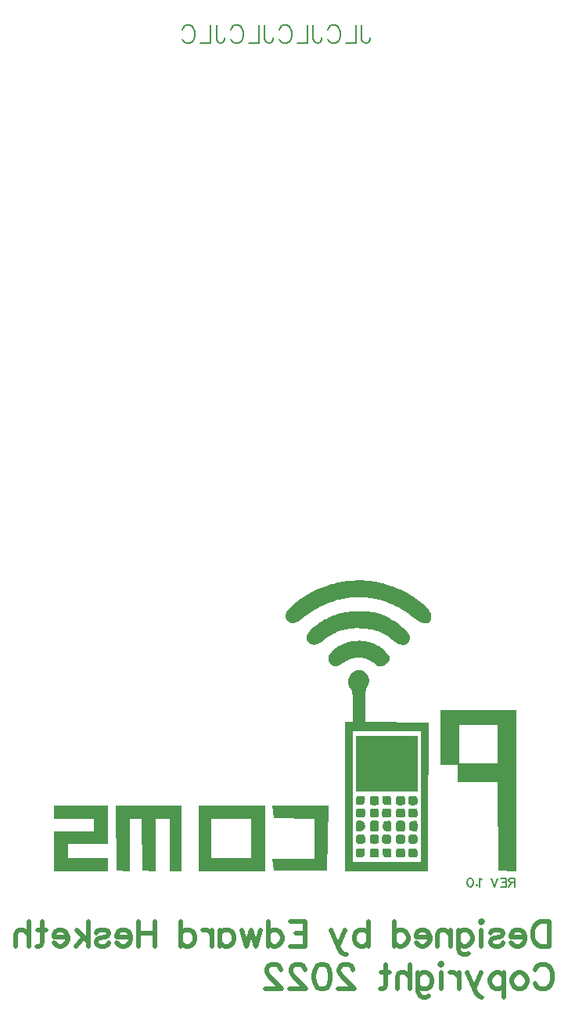
<source format=gbo>
G04 Layer: BottomSilkscreenLayer*
G04 EasyEDA v6.5.22, 2022-11-13 20:11:36*
G04 637256469d5b4e0fbaa5dacb6fe29907,a2731e2ff01b41edbee4f831c5fec297,10*
G04 Gerber Generator version 0.2*
G04 Scale: 100 percent, Rotated: No, Reflected: No *
G04 Dimensions in millimeters *
G04 leading zeros omitted , absolute positions ,4 integer and 5 decimal *
%FSLAX45Y45*%
%MOMM*%

%ADD10C,0.2032*%
%ADD11C,0.5080*%

%LPD*%
G36*
X3866794Y4621276D02*
G01*
X3842512Y4620768D01*
X3818178Y4619752D01*
X3793947Y4618177D01*
X3769664Y4616094D01*
X3751529Y4614164D01*
X3733393Y4611928D01*
X3703269Y4607610D01*
X3685286Y4604613D01*
X3655364Y4598974D01*
X3637483Y4595215D01*
X3619652Y4591151D01*
X3590086Y4583734D01*
X3572459Y4578908D01*
X3549091Y4572050D01*
X3514293Y4560773D01*
X3485591Y4550511D01*
X3457194Y4539538D01*
X3429101Y4527753D01*
X3417925Y4522825D01*
X3395776Y4512564D01*
X3368446Y4499152D01*
X3341471Y4484928D01*
X3325469Y4476038D01*
X3304387Y4463796D01*
X3278428Y4447794D01*
X3252876Y4431030D01*
X3232810Y4417161D01*
X3213049Y4402785D01*
X3193643Y4387951D01*
X3168548Y4367682D01*
X3154273Y4355439D01*
X3141268Y4343654D01*
X3129432Y4332224D01*
X3118764Y4321200D01*
X3109315Y4310583D01*
X3101035Y4300270D01*
X3093974Y4290314D01*
X3088030Y4280611D01*
X3083255Y4271264D01*
X3079648Y4262120D01*
X3077159Y4253280D01*
X3075787Y4244644D01*
X3075533Y4240377D01*
X3075584Y4236212D01*
X3076448Y4227982D01*
X3077311Y4223918D01*
X3078429Y4219905D01*
X3081477Y4211980D01*
X3085642Y4204208D01*
X3090875Y4196537D01*
X3097174Y4188968D01*
X3103321Y4182465D01*
X3109417Y4176776D01*
X3115564Y4171848D01*
X3121710Y4167682D01*
X3124809Y4165904D01*
X3131210Y4163009D01*
X3134461Y4161840D01*
X3141116Y4160215D01*
X3148126Y4159402D01*
X3155442Y4159453D01*
X3163163Y4160418D01*
X3171342Y4162298D01*
X3180080Y4165092D01*
X3189325Y4168800D01*
X3199282Y4173474D01*
X3209848Y4179163D01*
X3221228Y4185767D01*
X3233369Y4193387D01*
X3246424Y4202074D01*
X3260344Y4211726D01*
X3275279Y4222445D01*
X3291230Y4234230D01*
X3318154Y4254601D01*
X3343249Y4272584D01*
X3363569Y4286300D01*
X3384143Y4299458D01*
X3394506Y4305808D01*
X3420668Y4321048D01*
X3436518Y4329734D01*
X3463188Y4343501D01*
X3490163Y4356303D01*
X3511905Y4365904D01*
X3528314Y4372711D01*
X3544824Y4379214D01*
X3572510Y4389272D01*
X3600399Y4398416D01*
X3622801Y4405071D01*
X3639718Y4409694D01*
X3668014Y4416602D01*
X3679342Y4419142D01*
X3702100Y4423714D01*
X3724960Y4427728D01*
X3753561Y4431893D01*
X3770782Y4433976D01*
X3799484Y4436668D01*
X3822496Y4438142D01*
X3845509Y4439056D01*
X3874312Y4439412D01*
X3903065Y4438802D01*
X3920286Y4437989D01*
X3937508Y4436872D01*
X3960418Y4434840D01*
X3983278Y4432198D01*
X4000398Y4429861D01*
X4017467Y4427220D01*
X4040174Y4423105D01*
X4057142Y4419650D01*
X4085285Y4413199D01*
X4102049Y4408881D01*
X4129938Y4400905D01*
X4152087Y4393895D01*
X4174083Y4386326D01*
X4185005Y4382312D01*
X4212183Y4371594D01*
X4239107Y4360011D01*
X4265726Y4347464D01*
X4291990Y4334052D01*
X4302455Y4328414D01*
X4318000Y4319676D01*
X4333392Y4310634D01*
X4358792Y4294835D01*
X4373880Y4284878D01*
X4398619Y4267606D01*
X4423003Y4249420D01*
X4449013Y4228693D01*
X4462424Y4218279D01*
X4475480Y4208729D01*
X4488180Y4199991D01*
X4500524Y4192066D01*
X4512462Y4184954D01*
X4523994Y4178655D01*
X4535119Y4173220D01*
X4545838Y4168546D01*
X4556099Y4164736D01*
X4565954Y4161739D01*
X4575302Y4159554D01*
X4584242Y4158234D01*
X4592675Y4157675D01*
X4600651Y4157979D01*
X4604410Y4158386D01*
X4611624Y4159910D01*
X4618329Y4162247D01*
X4624476Y4165396D01*
X4630115Y4169359D01*
X4632706Y4171594D01*
X4637532Y4176826D01*
X4641799Y4182821D01*
X4645456Y4189628D01*
X4648555Y4197248D01*
X4651044Y4205681D01*
X4652924Y4214977D01*
X4654194Y4225036D01*
X4654804Y4235907D01*
X4654854Y4244340D01*
X4654245Y4249928D01*
X4653026Y4255668D01*
X4651248Y4261561D01*
X4648962Y4267657D01*
X4646066Y4273905D01*
X4642662Y4280306D01*
X4638751Y4286808D01*
X4634280Y4293514D01*
X4629353Y4300321D01*
X4623968Y4307230D01*
X4611776Y4321352D01*
X4605020Y4328617D01*
X4590237Y4343247D01*
X4573879Y4358182D01*
X4560620Y4369511D01*
X4541723Y4384700D01*
X4521606Y4399991D01*
X4494784Y4419041D01*
X4472127Y4434179D01*
X4442561Y4452823D01*
X4411726Y4471111D01*
X4386376Y4485335D01*
X4353864Y4502556D01*
X4320794Y4518964D01*
X4293971Y4531410D01*
X4267047Y4543196D01*
X4240072Y4554270D01*
X4226610Y4559503D01*
X4206443Y4566920D01*
X4179773Y4576064D01*
X4153408Y4584242D01*
X4140403Y4587951D01*
X4114698Y4594555D01*
X4084218Y4601108D01*
X4060342Y4605578D01*
X4030319Y4610354D01*
X4006240Y4613554D01*
X3982110Y4616196D01*
X3963924Y4617821D01*
X3945788Y4619142D01*
X3921506Y4620412D01*
X3897223Y4621123D01*
G37*
G36*
X3849319Y4287977D02*
G01*
X3823614Y4287367D01*
X3798315Y4285996D01*
X3773424Y4283811D01*
X3748887Y4280916D01*
X3724706Y4277156D01*
X3712718Y4275023D01*
X3688994Y4270095D01*
X3671417Y4265879D01*
X3648201Y4259529D01*
X3625240Y4252417D01*
X3608171Y4246524D01*
X3596894Y4242308D01*
X3580028Y4235653D01*
X3557727Y4226052D01*
X3535629Y4215587D01*
X3513683Y4204258D01*
X3502761Y4198315D01*
X3486454Y4188968D01*
X3464814Y4175760D01*
X3448659Y4165295D01*
X3433013Y4154728D01*
X3418332Y4144365D01*
X3404514Y4134307D01*
X3391662Y4124401D01*
X3379673Y4114749D01*
X3368598Y4105249D01*
X3358387Y4096004D01*
X3349142Y4086910D01*
X3340709Y4078020D01*
X3333242Y4069283D01*
X3326587Y4060748D01*
X3320846Y4052366D01*
X3315970Y4044137D01*
X3312007Y4036110D01*
X3308908Y4028186D01*
X3306622Y4020413D01*
X3305251Y4012793D01*
X3304743Y4005275D01*
X3305048Y3997909D01*
X3306216Y3990644D01*
X3307130Y3987037D01*
X3309620Y3979926D01*
X3312922Y3972915D01*
X3317087Y3966006D01*
X3322065Y3959199D01*
X3327857Y3952494D01*
X3334512Y3945839D01*
X3341370Y3939997D01*
X3348329Y3935069D01*
X3355390Y3931107D01*
X3362706Y3928110D01*
X3370275Y3926078D01*
X3374136Y3925417D01*
X3382162Y3924909D01*
X3390595Y3925366D01*
X3399434Y3926890D01*
X3408730Y3929430D01*
X3418586Y3932986D01*
X3429050Y3937609D01*
X3440125Y3943299D01*
X3451910Y3950055D01*
X3464458Y3957878D01*
X3477768Y3966870D01*
X3491890Y3976928D01*
X3517493Y3995928D01*
X3538524Y4010710D01*
X3559606Y4024376D01*
X3575456Y4033824D01*
X3586073Y4039819D01*
X3596690Y4045508D01*
X3607409Y4050944D01*
X3618128Y4056075D01*
X3634333Y4063288D01*
X3656177Y4071924D01*
X3678377Y4079544D01*
X3689604Y4082948D01*
X3700932Y4086047D01*
X3718153Y4090314D01*
X3741572Y4095089D01*
X3765499Y4098848D01*
X3790035Y4101592D01*
X3802532Y4102658D01*
X3828084Y4103979D01*
X3841140Y4104284D01*
X3861054Y4104335D01*
X3888333Y4103573D01*
X3916578Y4101896D01*
X3944365Y4099356D01*
X3957878Y4097782D01*
X3984142Y4093972D01*
X3996944Y4091736D01*
X4015740Y4087977D01*
X4040022Y4082186D01*
X4051858Y4078986D01*
X4063492Y4075531D01*
X4074922Y4071823D01*
X4091736Y4065828D01*
X4108145Y4059326D01*
X4124198Y4052265D01*
X4145026Y4042003D01*
X4165244Y4030726D01*
X4175150Y4024731D01*
X4194606Y4011929D01*
X4213606Y3998112D01*
X4232148Y3983228D01*
X4252772Y3965752D01*
X4264202Y3957116D01*
X4275531Y3949496D01*
X4286656Y3942892D01*
X4297629Y3937254D01*
X4308398Y3932580D01*
X4318863Y3928872D01*
X4329023Y3926179D01*
X4338878Y3924401D01*
X4348327Y3923588D01*
X4357420Y3923690D01*
X4366006Y3924757D01*
X4374184Y3926789D01*
X4378045Y3928110D01*
X4381804Y3929684D01*
X4388866Y3933545D01*
X4392168Y3935780D01*
X4395317Y3938270D01*
X4401210Y3943959D01*
X4406392Y3950512D01*
X4408728Y3954119D01*
X4412843Y3961993D01*
X4414621Y3966260D01*
X4417618Y3975506D01*
X4419803Y3985564D01*
X4421124Y3996537D01*
X4421479Y4002328D01*
X4421479Y4011269D01*
X4420717Y4017314D01*
X4419193Y4023563D01*
X4416958Y4030116D01*
X4413961Y4036822D01*
X4410354Y4043781D01*
X4406087Y4050842D01*
X4401159Y4058107D01*
X4395673Y4065524D01*
X4389577Y4073042D01*
X4382922Y4080713D01*
X4375708Y4088434D01*
X4368038Y4096207D01*
X4359859Y4104081D01*
X4351223Y4112006D01*
X4342180Y4119930D01*
X4322826Y4135780D01*
X4301998Y4151477D01*
X4279900Y4166971D01*
X4256786Y4182008D01*
X4232757Y4196588D01*
X4208068Y4210456D01*
X4195521Y4217111D01*
X4176522Y4226661D01*
X4163771Y4232706D01*
X4144568Y4241342D01*
X4119016Y4251756D01*
X4106265Y4256532D01*
X4093616Y4260951D01*
X4081068Y4265015D01*
X4068622Y4268673D01*
X4056329Y4271975D01*
X4046880Y4274210D01*
X4029811Y4277156D01*
X4007713Y4279900D01*
X3981805Y4282389D01*
X3953052Y4284522D01*
X3922725Y4286250D01*
X3884066Y4287621D01*
X3868877Y4287926D01*
G37*
G36*
X3870299Y3968496D02*
G01*
X3858209Y3968292D01*
X3846169Y3967734D01*
X3834180Y3966870D01*
X3822192Y3965701D01*
X3810304Y3964178D01*
X3798468Y3962400D01*
X3786682Y3960266D01*
X3774998Y3957828D01*
X3763365Y3955084D01*
X3751884Y3952087D01*
X3740454Y3948734D01*
X3729177Y3945077D01*
X3718051Y3941165D01*
X3707028Y3936898D01*
X3696106Y3932377D01*
X3685387Y3927551D01*
X3674821Y3922420D01*
X3664407Y3917035D01*
X3654196Y3911346D01*
X3639210Y3902252D01*
X3624681Y3892550D01*
X3615232Y3885692D01*
X3606037Y3878579D01*
X3597097Y3871214D01*
X3588359Y3863543D01*
X3578656Y3854399D01*
X3573576Y3849166D01*
X3564534Y3838803D01*
X3560521Y3833672D01*
X3556863Y3828542D01*
X3553561Y3823411D01*
X3550615Y3818331D01*
X3548024Y3813251D01*
X3545789Y3808171D01*
X3543909Y3803142D01*
X3542385Y3798112D01*
X3541217Y3793134D01*
X3540353Y3788105D01*
X3539896Y3783177D01*
X3539744Y3778199D01*
X3539998Y3773271D01*
X3540556Y3768344D01*
X3541522Y3763467D01*
X3542792Y3758539D01*
X3544468Y3753713D01*
X3546449Y3748836D01*
X3548786Y3744010D01*
X3551478Y3739184D01*
X3554526Y3734409D01*
X3557930Y3729634D01*
X3561689Y3724859D01*
X3565804Y3720084D01*
X3573576Y3712006D01*
X3581044Y3705301D01*
X3584752Y3702405D01*
X3588461Y3699865D01*
X3592169Y3697681D01*
X3595878Y3695852D01*
X3599687Y3694328D01*
X3603498Y3693160D01*
X3607460Y3692347D01*
X3611473Y3691890D01*
X3615639Y3691788D01*
X3619957Y3691991D01*
X3624376Y3692601D01*
X3633825Y3694836D01*
X3644137Y3698544D01*
X3655466Y3703675D01*
X3667912Y3710279D01*
X3681628Y3718356D01*
X3710686Y3737000D01*
X3722166Y3744010D01*
X3733800Y3750513D01*
X3745433Y3756456D01*
X3757168Y3761892D01*
X3768953Y3766718D01*
X3780790Y3771087D01*
X3792626Y3774846D01*
X3804513Y3778097D01*
X3816451Y3780790D01*
X3828338Y3782974D01*
X3840226Y3784549D01*
X3852113Y3785615D01*
X3863949Y3786124D01*
X3875735Y3786124D01*
X3887520Y3785565D01*
X3899204Y3784396D01*
X3910837Y3782720D01*
X3922420Y3780536D01*
X3933901Y3777742D01*
X3945280Y3774389D01*
X3956558Y3770528D01*
X3967683Y3766058D01*
X3978706Y3761079D01*
X3991203Y3754729D01*
X4004970Y3747262D01*
X4018026Y3739692D01*
X4030065Y3732326D01*
X4040784Y3725265D01*
X4049826Y3718814D01*
X4056887Y3713124D01*
X4061663Y3708450D01*
X4065371Y3703269D01*
X4068013Y3700373D01*
X4070858Y3697884D01*
X4074007Y3695750D01*
X4077411Y3694023D01*
X4081018Y3692601D01*
X4084828Y3691534D01*
X4088841Y3690823D01*
X4093006Y3690416D01*
X4097324Y3690315D01*
X4101795Y3690518D01*
X4106367Y3691026D01*
X4115765Y3692906D01*
X4125366Y3695801D01*
X4135069Y3699662D01*
X4144721Y3704437D01*
X4154170Y3710025D01*
X4163212Y3716324D01*
X4171797Y3723284D01*
X4179671Y3730802D01*
X4186783Y3738829D01*
X4189984Y3742994D01*
X4192930Y3747262D01*
X4195572Y3751630D01*
X4199991Y3760520D01*
X4201718Y3765042D01*
X4203090Y3769614D01*
X4204106Y3774236D01*
X4204716Y3778859D01*
X4204919Y3783482D01*
X4204716Y3786530D01*
X4204208Y3789730D01*
X4203395Y3793083D01*
X4200753Y3800094D01*
X4196994Y3807612D01*
X4192066Y3815486D01*
X4186123Y3823715D01*
X4179214Y3832148D01*
X4171442Y3840835D01*
X4162856Y3849573D01*
X4153509Y3858463D01*
X4143552Y3867302D01*
X4133037Y3876040D01*
X4122064Y3884676D01*
X4110634Y3893108D01*
X4098899Y3901287D01*
X4086910Y3909110D01*
X4074718Y3916578D01*
X4062476Y3923588D01*
X4050182Y3930040D01*
X4037939Y3935882D01*
X4025849Y3941114D01*
X4013962Y3945585D01*
X4002278Y3949395D01*
X3990492Y3952798D01*
X3978656Y3955897D01*
X3966718Y3958590D01*
X3954779Y3960977D01*
X3942740Y3963060D01*
X3930700Y3964787D01*
X3912615Y3966768D01*
X3894480Y3967987D01*
X3882339Y3968394D01*
G37*
G36*
X3872534Y3654806D02*
G01*
X3867302Y3654602D01*
X3862019Y3653993D01*
X3856736Y3653028D01*
X3851401Y3651656D01*
X3845966Y3649929D01*
X3840479Y3647795D01*
X3834942Y3645255D01*
X3829253Y3642309D01*
X3823462Y3639007D01*
X3817518Y3635298D01*
X3805224Y3626662D01*
X3798824Y3621735D01*
X3794201Y3617874D01*
X3789883Y3613759D01*
X3785717Y3609340D01*
X3781856Y3604717D01*
X3778199Y3599840D01*
X3774795Y3594760D01*
X3771646Y3589528D01*
X3768750Y3584092D01*
X3766108Y3578504D01*
X3763721Y3572814D01*
X3761587Y3567023D01*
X3759708Y3561181D01*
X3758082Y3555237D01*
X3755644Y3543198D01*
X3754272Y3531209D01*
X3753967Y3519322D01*
X3754272Y3513480D01*
X3754831Y3507689D01*
X3755644Y3502050D01*
X3756761Y3496564D01*
X3758133Y3491229D01*
X3759860Y3486048D01*
X3761841Y3481070D01*
X3764076Y3476294D01*
X3766667Y3471722D01*
X3769512Y3467455D01*
X3772662Y3463442D01*
X3776167Y3459683D01*
X3781653Y3454704D01*
X3784955Y3450996D01*
X3788003Y3446475D01*
X3790696Y3441090D01*
X3793134Y3434740D01*
X3795318Y3427272D01*
X3797198Y3418687D01*
X3798874Y3408883D01*
X3800348Y3397707D01*
X3801567Y3385108D01*
X3802583Y3371037D01*
X3803396Y3355340D01*
X3804462Y3318814D01*
X3804869Y3274822D01*
X3804920Y3089605D01*
X3721557Y3089605D01*
X3721557Y2989630D01*
X4538218Y2989630D01*
X4538218Y1572971D01*
X3804920Y1572971D01*
X3804920Y2989630D01*
X3721557Y2989630D01*
X3721557Y1472946D01*
X4621580Y1472946D01*
X4622241Y1940153D01*
X4624781Y3081274D01*
X3938219Y3090316D01*
X3938371Y3296513D01*
X3939032Y3333292D01*
X3940251Y3365195D01*
X3942130Y3392678D01*
X3943299Y3404920D01*
X3944670Y3416147D01*
X3946194Y3426510D01*
X3947922Y3435959D01*
X3949801Y3444646D01*
X3951935Y3452571D01*
X3954221Y3459784D01*
X3956761Y3466337D01*
X3959504Y3472230D01*
X3962450Y3477615D01*
X3967226Y3485387D01*
X3970121Y3490823D01*
X3972661Y3496360D01*
X3974846Y3501999D01*
X3976674Y3507740D01*
X3978198Y3513582D01*
X3979418Y3519474D01*
X3980230Y3525367D01*
X3980789Y3531362D01*
X3980992Y3537356D01*
X3980434Y3549345D01*
X3979672Y3555339D01*
X3978605Y3561232D01*
X3977233Y3567125D01*
X3975557Y3572916D01*
X3971290Y3584244D01*
X3968699Y3589782D01*
X3965803Y3595115D01*
X3962654Y3600348D01*
X3959199Y3605428D01*
X3955440Y3610356D01*
X3951427Y3615029D01*
X3947160Y3619550D01*
X3942587Y3623818D01*
X3937762Y3627882D01*
X3932631Y3631692D01*
X3920947Y3639312D01*
X3915308Y3642563D01*
X3904284Y3647897D01*
X3898849Y3649979D01*
X3893515Y3651707D01*
X3888232Y3653078D01*
X3882999Y3654044D01*
X3877767Y3654602D01*
G37*
G36*
X4754930Y3222955D02*
G01*
X4754930Y3056280D01*
X5371592Y3056280D01*
X5371592Y2639618D01*
X4954879Y2639618D01*
X4954879Y3056280D01*
X4754930Y3056280D01*
X4754930Y2622956D01*
X4938217Y2622956D01*
X4938217Y2439619D01*
X5371084Y2439619D01*
X5379923Y1481277D01*
X5571591Y1471320D01*
X5571591Y3222955D01*
G37*
G36*
X3838244Y2939643D02*
G01*
X3838244Y2339644D01*
X4504893Y2339644D01*
X4504893Y2939643D01*
G37*
G36*
X4454906Y2289606D02*
G01*
X4440021Y2289302D01*
X4433773Y2288844D01*
X4428337Y2288082D01*
X4423613Y2286965D01*
X4419549Y2285542D01*
X4416094Y2283663D01*
X4413250Y2281275D01*
X4410913Y2278430D01*
X4408982Y2274976D01*
X4407560Y2270912D01*
X4406493Y2266188D01*
X4405731Y2260752D01*
X4405223Y2254554D01*
X4404918Y2239619D01*
X4405223Y2224735D01*
X4405731Y2218486D01*
X4406493Y2213051D01*
X4407560Y2208326D01*
X4408982Y2204262D01*
X4410913Y2200859D01*
X4413250Y2197963D01*
X4416094Y2195626D01*
X4419549Y2193747D01*
X4423613Y2192274D01*
X4428337Y2191207D01*
X4433773Y2190445D01*
X4440021Y2189937D01*
X4454906Y2189632D01*
X4469790Y2189937D01*
X4476038Y2190445D01*
X4481474Y2191207D01*
X4486198Y2192274D01*
X4490262Y2193747D01*
X4493717Y2195626D01*
X4496562Y2197963D01*
X4498949Y2200859D01*
X4500829Y2204262D01*
X4502251Y2208326D01*
X4503318Y2213051D01*
X4504080Y2218486D01*
X4504588Y2224735D01*
X4504893Y2239619D01*
X4504588Y2254554D01*
X4504080Y2260752D01*
X4503318Y2266188D01*
X4502251Y2270912D01*
X4500829Y2274976D01*
X4498949Y2278430D01*
X4496562Y2281275D01*
X4493717Y2283663D01*
X4490262Y2285542D01*
X4486198Y2286965D01*
X4481474Y2288082D01*
X4476038Y2288844D01*
X4462780Y2289556D01*
G37*
G36*
X4321556Y2289606D02*
G01*
X4306671Y2289302D01*
X4300474Y2288844D01*
X4294987Y2288082D01*
X4290263Y2286965D01*
X4286199Y2285542D01*
X4282795Y2283663D01*
X4279900Y2281275D01*
X4277563Y2278430D01*
X4275683Y2274976D01*
X4274210Y2270912D01*
X4273143Y2266188D01*
X4272381Y2260752D01*
X4271670Y2247493D01*
X4271670Y2231745D01*
X4272381Y2218486D01*
X4273143Y2213051D01*
X4274210Y2208326D01*
X4275683Y2204262D01*
X4277563Y2200859D01*
X4279900Y2197963D01*
X4282795Y2195626D01*
X4286199Y2193747D01*
X4290263Y2192274D01*
X4294987Y2191207D01*
X4300474Y2190445D01*
X4306671Y2189937D01*
X4321556Y2189632D01*
X4336491Y2189937D01*
X4342688Y2190445D01*
X4348124Y2191207D01*
X4352848Y2192274D01*
X4356912Y2193747D01*
X4360367Y2195626D01*
X4363262Y2197963D01*
X4365599Y2200859D01*
X4367479Y2204262D01*
X4368952Y2208326D01*
X4370019Y2213051D01*
X4370781Y2218486D01*
X4371492Y2231745D01*
X4371492Y2247493D01*
X4370781Y2260752D01*
X4370019Y2266188D01*
X4368952Y2270912D01*
X4367479Y2274976D01*
X4365599Y2278430D01*
X4363262Y2281275D01*
X4360367Y2283663D01*
X4356912Y2285542D01*
X4352848Y2286965D01*
X4348124Y2288082D01*
X4342688Y2288844D01*
X4329480Y2289556D01*
G37*
G36*
X4170476Y2289606D02*
G01*
X4155135Y2289352D01*
X4148785Y2288946D01*
X4143248Y2288235D01*
X4138523Y2287270D01*
X4134510Y2286000D01*
X4131208Y2284272D01*
X4128566Y2282139D01*
X4126484Y2279548D01*
X4124960Y2276398D01*
X4123893Y2272690D01*
X4123334Y2268321D01*
X4123182Y2263292D01*
X4123842Y2251100D01*
X4125823Y2235301D01*
X4127347Y2227783D01*
X4129328Y2221230D01*
X4131716Y2215489D01*
X4134662Y2210511D01*
X4138218Y2206294D01*
X4142486Y2202738D01*
X4147413Y2199792D01*
X4153154Y2197354D01*
X4159758Y2195423D01*
X4167225Y2193899D01*
X4175760Y2192680D01*
X4189526Y2191410D01*
X4195267Y2191207D01*
X4200296Y2191410D01*
X4204614Y2191969D01*
X4208322Y2192985D01*
X4211472Y2194509D01*
X4214114Y2196592D01*
X4216247Y2199284D01*
X4217924Y2202586D01*
X4219244Y2206599D01*
X4220210Y2211324D01*
X4220870Y2216810D01*
X4221530Y2230374D01*
X4221276Y2253894D01*
X4220768Y2260295D01*
X4220057Y2265883D01*
X4218990Y2270709D01*
X4217517Y2274874D01*
X4215638Y2278380D01*
X4213250Y2281275D01*
X4210304Y2283663D01*
X4206798Y2285542D01*
X4202684Y2287016D01*
X4197807Y2288082D01*
X4192219Y2288844D01*
X4178604Y2289556D01*
G37*
G36*
X4038244Y2289606D02*
G01*
X4023309Y2289302D01*
X4017111Y2288844D01*
X4011676Y2288082D01*
X4006951Y2286965D01*
X4002887Y2285542D01*
X3999433Y2283663D01*
X3996588Y2281275D01*
X3994200Y2278430D01*
X3992321Y2274976D01*
X3990898Y2270912D01*
X3989781Y2266188D01*
X3989070Y2260752D01*
X3988562Y2254554D01*
X3988257Y2239619D01*
X3988562Y2224735D01*
X3989070Y2218486D01*
X3989781Y2213051D01*
X3990898Y2208326D01*
X3992321Y2204262D01*
X3994200Y2200859D01*
X3996588Y2197963D01*
X3999433Y2195626D01*
X4002887Y2193747D01*
X4006951Y2192274D01*
X4011676Y2191207D01*
X4017111Y2190445D01*
X4023309Y2189937D01*
X4038244Y2189632D01*
X4053128Y2189937D01*
X4059377Y2190445D01*
X4064812Y2191207D01*
X4069537Y2192274D01*
X4073601Y2193747D01*
X4077055Y2195626D01*
X4079900Y2197963D01*
X4082237Y2200859D01*
X4084116Y2204262D01*
X4085590Y2208326D01*
X4086656Y2213051D01*
X4087418Y2218486D01*
X4087926Y2224735D01*
X4088231Y2239619D01*
X4087926Y2254554D01*
X4087418Y2260752D01*
X4086656Y2266188D01*
X4085590Y2270912D01*
X4084116Y2274976D01*
X4082237Y2278430D01*
X4079900Y2281275D01*
X4077055Y2283663D01*
X4073601Y2285542D01*
X4069537Y2286965D01*
X4064812Y2288082D01*
X4059377Y2288844D01*
X4046118Y2289556D01*
G37*
G36*
X3889349Y2289606D02*
G01*
X3873957Y2289302D01*
X3867556Y2288844D01*
X3861968Y2288082D01*
X3857142Y2287016D01*
X3852976Y2285542D01*
X3849471Y2283663D01*
X3846576Y2281275D01*
X3844188Y2278380D01*
X3842308Y2274874D01*
X3840835Y2270709D01*
X3839768Y2265883D01*
X3839006Y2260295D01*
X3838295Y2246680D01*
X3838295Y2230374D01*
X3838498Y2223160D01*
X3838956Y2216810D01*
X3839616Y2211324D01*
X3840581Y2206599D01*
X3841902Y2202586D01*
X3843578Y2199284D01*
X3845712Y2196592D01*
X3848354Y2194509D01*
X3851452Y2192985D01*
X3855212Y2191969D01*
X3859529Y2191410D01*
X3864559Y2191207D01*
X3870299Y2191410D01*
X3884066Y2192680D01*
X3892550Y2193899D01*
X3900068Y2195423D01*
X3906672Y2197354D01*
X3912412Y2199792D01*
X3917340Y2202738D01*
X3921556Y2206294D01*
X3925112Y2210511D01*
X3928110Y2215489D01*
X3930497Y2221230D01*
X3932478Y2227783D01*
X3934002Y2235301D01*
X3935171Y2243785D01*
X3936441Y2257602D01*
X3936644Y2263292D01*
X3936492Y2268321D01*
X3935882Y2272690D01*
X3934866Y2276398D01*
X3933342Y2279548D01*
X3931259Y2282139D01*
X3928567Y2284272D01*
X3925265Y2286000D01*
X3921302Y2287270D01*
X3916527Y2288235D01*
X3911041Y2288946D01*
X3897477Y2289556D01*
G37*
G36*
X2936341Y2189632D02*
G01*
X2946552Y2047951D01*
X3388258Y2038654D01*
X3388258Y1606296D01*
X2936240Y1606296D01*
X2946552Y1481277D01*
X3529888Y1481277D01*
X3538931Y2189632D01*
G37*
G36*
X2138222Y2189632D02*
G01*
X2138222Y2039620D01*
X2704896Y2039620D01*
X2704896Y1622958D01*
X2271572Y1622958D01*
X2271572Y2039620D01*
X2138222Y2039620D01*
X2138222Y1472946D01*
X2854909Y1472946D01*
X2854909Y2189632D01*
G37*
G36*
X1237589Y2189632D02*
G01*
X1246581Y1481277D01*
X1388262Y1471066D01*
X1388262Y2039620D01*
X1520799Y2039620D01*
X1529892Y1481277D01*
X1671574Y1471066D01*
X1671574Y2039620D01*
X1821586Y2039620D01*
X1821586Y1472946D01*
X1954936Y1472946D01*
X1954936Y2189632D01*
G37*
G36*
X571601Y2189632D02*
G01*
X571601Y2039620D01*
X1004925Y2039620D01*
X1004925Y1906270D01*
X571601Y1906270D01*
X571601Y1472946D01*
X1154938Y1472946D01*
X1154938Y1622958D01*
X721563Y1622958D01*
X721563Y1772970D01*
X1154938Y1772970D01*
X1154938Y2189632D01*
G37*
G36*
X4454906Y2156307D02*
G01*
X4440021Y2155952D01*
X4433773Y2155494D01*
X4428337Y2154732D01*
X4423613Y2153666D01*
X4419549Y2152192D01*
X4416094Y2150313D01*
X4413250Y2147976D01*
X4410913Y2145080D01*
X4408982Y2141626D01*
X4407560Y2137562D01*
X4406493Y2132838D01*
X4405731Y2127402D01*
X4405223Y2121204D01*
X4404918Y2106320D01*
X4405223Y2091385D01*
X4405731Y2085187D01*
X4406493Y2079752D01*
X4407560Y2075027D01*
X4408982Y2070963D01*
X4410913Y2067509D01*
X4413250Y2064613D01*
X4416094Y2062276D01*
X4419549Y2060397D01*
X4423613Y2058924D01*
X4428337Y2057857D01*
X4433773Y2057095D01*
X4447032Y2056384D01*
X4462780Y2056384D01*
X4476038Y2057095D01*
X4481474Y2057857D01*
X4486198Y2058924D01*
X4490262Y2060397D01*
X4493717Y2062276D01*
X4496562Y2064613D01*
X4498949Y2067509D01*
X4500829Y2070963D01*
X4502251Y2075027D01*
X4503318Y2079752D01*
X4504080Y2085187D01*
X4504588Y2091385D01*
X4504893Y2106320D01*
X4504588Y2121204D01*
X4504080Y2127402D01*
X4503318Y2132838D01*
X4502251Y2137562D01*
X4500829Y2141626D01*
X4498949Y2145080D01*
X4496562Y2147976D01*
X4493717Y2150313D01*
X4490262Y2152192D01*
X4486198Y2153666D01*
X4481474Y2154732D01*
X4476038Y2155494D01*
X4462780Y2156206D01*
G37*
G36*
X4321556Y2156307D02*
G01*
X4306671Y2155952D01*
X4300474Y2155494D01*
X4294987Y2154732D01*
X4290263Y2153666D01*
X4286199Y2152192D01*
X4282795Y2150313D01*
X4279900Y2147976D01*
X4277563Y2145080D01*
X4275683Y2141626D01*
X4274210Y2137562D01*
X4273143Y2132838D01*
X4272381Y2127402D01*
X4271670Y2114194D01*
X4271670Y2098395D01*
X4272381Y2085187D01*
X4273143Y2079752D01*
X4274210Y2075027D01*
X4275683Y2070963D01*
X4277563Y2067509D01*
X4279900Y2064613D01*
X4282795Y2062276D01*
X4286199Y2060397D01*
X4290263Y2058924D01*
X4294987Y2057857D01*
X4300474Y2057095D01*
X4313682Y2056384D01*
X4329480Y2056384D01*
X4342688Y2057095D01*
X4348124Y2057857D01*
X4352848Y2058924D01*
X4356912Y2060397D01*
X4360367Y2062276D01*
X4363262Y2064613D01*
X4365599Y2067509D01*
X4367479Y2070963D01*
X4368952Y2075027D01*
X4370019Y2079752D01*
X4370781Y2085187D01*
X4371492Y2098395D01*
X4371492Y2114194D01*
X4370781Y2127402D01*
X4370019Y2132838D01*
X4368952Y2137562D01*
X4367479Y2141626D01*
X4365599Y2145080D01*
X4363262Y2147976D01*
X4360367Y2150313D01*
X4356912Y2152192D01*
X4352848Y2153666D01*
X4348124Y2154732D01*
X4342688Y2155494D01*
X4329480Y2156206D01*
G37*
G36*
X4171594Y2156307D02*
G01*
X4156659Y2155952D01*
X4150461Y2155494D01*
X4145026Y2154732D01*
X4140301Y2153666D01*
X4136237Y2152192D01*
X4132783Y2150313D01*
X4129887Y2147976D01*
X4127550Y2145080D01*
X4125671Y2141626D01*
X4124198Y2137562D01*
X4123131Y2132838D01*
X4122369Y2127402D01*
X4121658Y2114194D01*
X4121658Y2098395D01*
X4122369Y2085187D01*
X4123131Y2079752D01*
X4124198Y2075027D01*
X4125671Y2070963D01*
X4127550Y2067509D01*
X4129887Y2064613D01*
X4132783Y2062276D01*
X4136237Y2060397D01*
X4140301Y2058924D01*
X4145026Y2057857D01*
X4150461Y2057095D01*
X4163669Y2056384D01*
X4179468Y2056384D01*
X4192676Y2057095D01*
X4198112Y2057857D01*
X4202887Y2058924D01*
X4206951Y2060397D01*
X4210354Y2062276D01*
X4213250Y2064613D01*
X4215587Y2067509D01*
X4217466Y2070963D01*
X4218940Y2075027D01*
X4220006Y2079752D01*
X4220768Y2085187D01*
X4221480Y2098395D01*
X4221480Y2114194D01*
X4220768Y2127402D01*
X4220006Y2132838D01*
X4218940Y2137562D01*
X4217466Y2141626D01*
X4215587Y2145080D01*
X4213250Y2147976D01*
X4210354Y2150313D01*
X4206951Y2152192D01*
X4202887Y2153666D01*
X4198112Y2154732D01*
X4192676Y2155494D01*
X4179468Y2156206D01*
G37*
G36*
X4038244Y2156307D02*
G01*
X4023309Y2155952D01*
X4017111Y2155494D01*
X4011676Y2154732D01*
X4006951Y2153666D01*
X4002887Y2152192D01*
X3999433Y2150313D01*
X3996588Y2147976D01*
X3994200Y2145080D01*
X3992321Y2141626D01*
X3990898Y2137562D01*
X3989781Y2132838D01*
X3989070Y2127402D01*
X3988562Y2121204D01*
X3988257Y2106320D01*
X3988562Y2091385D01*
X3989070Y2085187D01*
X3989781Y2079752D01*
X3990898Y2075027D01*
X3992321Y2070963D01*
X3994200Y2067509D01*
X3996588Y2064613D01*
X3999433Y2062276D01*
X4002887Y2060397D01*
X4006951Y2058924D01*
X4011676Y2057857D01*
X4017111Y2057095D01*
X4030370Y2056384D01*
X4046118Y2056384D01*
X4059377Y2057095D01*
X4064812Y2057857D01*
X4069537Y2058924D01*
X4073601Y2060397D01*
X4077055Y2062276D01*
X4079900Y2064613D01*
X4082237Y2067509D01*
X4084116Y2070963D01*
X4085590Y2075027D01*
X4086656Y2079752D01*
X4087418Y2085187D01*
X4087926Y2091385D01*
X4088231Y2106320D01*
X4087926Y2121204D01*
X4087418Y2127402D01*
X4086656Y2132838D01*
X4085590Y2137562D01*
X4084116Y2141626D01*
X4082237Y2145080D01*
X4079900Y2147976D01*
X4077055Y2150313D01*
X4073601Y2152192D01*
X4069537Y2153666D01*
X4064812Y2154732D01*
X4059377Y2155494D01*
X4046118Y2156206D01*
G37*
G36*
X3888232Y2156307D02*
G01*
X3873347Y2155952D01*
X3867099Y2155494D01*
X3861663Y2154732D01*
X3856939Y2153666D01*
X3852875Y2152192D01*
X3849471Y2150313D01*
X3846576Y2147976D01*
X3844239Y2145080D01*
X3842359Y2141626D01*
X3840886Y2137562D01*
X3839819Y2132838D01*
X3839057Y2127402D01*
X3838549Y2121204D01*
X3838244Y2106320D01*
X3838549Y2091385D01*
X3839057Y2085187D01*
X3839819Y2079752D01*
X3840886Y2075027D01*
X3842359Y2070963D01*
X3844239Y2067509D01*
X3846576Y2064613D01*
X3849471Y2062276D01*
X3852875Y2060397D01*
X3856939Y2058924D01*
X3861663Y2057857D01*
X3867099Y2057095D01*
X3880358Y2056384D01*
X3896106Y2056384D01*
X3909364Y2057095D01*
X3914800Y2057857D01*
X3919524Y2058924D01*
X3923588Y2060397D01*
X3927043Y2062276D01*
X3929887Y2064613D01*
X3932275Y2067509D01*
X3934155Y2070963D01*
X3935577Y2075027D01*
X3936695Y2079752D01*
X3937457Y2085187D01*
X3938168Y2098395D01*
X3938168Y2114194D01*
X3937457Y2127402D01*
X3936695Y2132838D01*
X3935577Y2137562D01*
X3934155Y2141626D01*
X3932275Y2145080D01*
X3929887Y2147976D01*
X3927043Y2150313D01*
X3923588Y2152192D01*
X3919524Y2153666D01*
X3914800Y2154732D01*
X3909364Y2155494D01*
X3896106Y2156206D01*
G37*
G36*
X4321556Y2022957D02*
G01*
X4306214Y2022652D01*
X4299864Y2022195D01*
X4294327Y2021382D01*
X4289602Y2020265D01*
X4285538Y2018690D01*
X4282135Y2016556D01*
X4279290Y2013915D01*
X4277055Y2010664D01*
X4275277Y2006701D01*
X4273905Y2001977D01*
X4272889Y1996389D01*
X4272229Y1989937D01*
X4271619Y1974138D01*
X4271619Y1955139D01*
X4272229Y1939289D01*
X4272889Y1932838D01*
X4273905Y1927301D01*
X4275277Y1922576D01*
X4277055Y1918614D01*
X4279290Y1915312D01*
X4282135Y1912670D01*
X4285538Y1910588D01*
X4289602Y1909013D01*
X4294327Y1907844D01*
X4299864Y1907082D01*
X4306214Y1906574D01*
X4321556Y1906270D01*
X4336948Y1906574D01*
X4343298Y1907082D01*
X4348784Y1907844D01*
X4353560Y1909013D01*
X4357624Y1910588D01*
X4361027Y1912670D01*
X4363821Y1915312D01*
X4366107Y1918614D01*
X4367885Y1922576D01*
X4369257Y1927301D01*
X4370222Y1932838D01*
X4370882Y1939289D01*
X4371543Y1955139D01*
X4371543Y1974138D01*
X4370882Y1989937D01*
X4370222Y1996389D01*
X4369257Y2001977D01*
X4367885Y2006701D01*
X4366107Y2010664D01*
X4363821Y2013915D01*
X4361027Y2016556D01*
X4357624Y2018690D01*
X4353560Y2020265D01*
X4348784Y2021382D01*
X4343298Y2022195D01*
X4329734Y2022906D01*
G37*
G36*
X4038244Y2022957D02*
G01*
X4022851Y2022652D01*
X4016552Y2022195D01*
X4011015Y2021382D01*
X4006240Y2020265D01*
X4002176Y2018690D01*
X3998772Y2016556D01*
X3995978Y2013915D01*
X3993692Y2010664D01*
X3991914Y2006701D01*
X3990543Y2001977D01*
X3989578Y1996389D01*
X3988917Y1989937D01*
X3988308Y1974138D01*
X3988308Y1955139D01*
X3988917Y1939289D01*
X3989578Y1932838D01*
X3990543Y1927301D01*
X3991914Y1922576D01*
X3993692Y1918614D01*
X3995978Y1915312D01*
X3998772Y1912670D01*
X4002176Y1910588D01*
X4006240Y1909013D01*
X4011015Y1907844D01*
X4016552Y1907082D01*
X4022851Y1906574D01*
X4038244Y1906270D01*
X4053586Y1906574D01*
X4059936Y1907082D01*
X4065473Y1907844D01*
X4070248Y1909013D01*
X4074312Y1910588D01*
X4077715Y1912670D01*
X4080510Y1915312D01*
X4082796Y1918614D01*
X4084574Y1922576D01*
X4085894Y1927301D01*
X4086910Y1932838D01*
X4087571Y1939289D01*
X4088180Y1955139D01*
X4088180Y1974138D01*
X4087571Y1989937D01*
X4086910Y1996389D01*
X4085894Y2001977D01*
X4084574Y2006701D01*
X4082796Y2010664D01*
X4080510Y2013915D01*
X4077715Y2016556D01*
X4074312Y2018690D01*
X4070248Y2020265D01*
X4065473Y2021382D01*
X4059936Y2022195D01*
X4046372Y2022906D01*
G37*
G36*
X3880408Y2022957D02*
G01*
X3867912Y2022551D01*
X3862679Y2021992D01*
X3858107Y2021078D01*
X3854145Y2019757D01*
X3850690Y2017979D01*
X3847795Y2015743D01*
X3845356Y2012950D01*
X3843375Y2009495D01*
X3841750Y2005380D01*
X3840530Y2000554D01*
X3839616Y1994966D01*
X3838956Y1988515D01*
X3838295Y1972818D01*
X3838448Y1945233D01*
X3838854Y1937715D01*
X3839464Y1931162D01*
X3840327Y1925624D01*
X3841546Y1920951D01*
X3843172Y1917090D01*
X3845255Y1913991D01*
X3847795Y1911604D01*
X3850894Y1909876D01*
X3854602Y1908708D01*
X3858971Y1908048D01*
X3864000Y1907844D01*
X3869842Y1908048D01*
X3883914Y1909368D01*
X3890670Y1910384D01*
X3897020Y1911908D01*
X3902964Y1913839D01*
X3908450Y1916175D01*
X3913530Y1918970D01*
X3918153Y1922119D01*
X3922318Y1925675D01*
X3926078Y1929536D01*
X3929329Y1933803D01*
X3932072Y1938375D01*
X3934358Y1943303D01*
X3936187Y1948484D01*
X3937457Y1953971D01*
X3938270Y1959711D01*
X3938524Y1965706D01*
X3938270Y1971954D01*
X3937508Y1978406D01*
X3936187Y1985060D01*
X3934307Y1991918D01*
X3931818Y1998929D01*
X3929126Y2003755D01*
X3924909Y2008276D01*
X3919474Y2012340D01*
X3912920Y2015896D01*
X3905554Y2018842D01*
X3897528Y2021078D01*
X3889095Y2022449D01*
G37*
G36*
X4479086Y2021433D02*
G01*
X4473244Y2021230D01*
X4459071Y2019909D01*
X4446016Y2017979D01*
X4440478Y2016760D01*
X4435602Y2015337D01*
X4431334Y2013610D01*
X4427575Y2011578D01*
X4424375Y2009190D01*
X4421682Y2006396D01*
X4419396Y2003196D01*
X4417568Y1999488D01*
X4416094Y1995220D01*
X4414977Y1990445D01*
X4414164Y1985010D01*
X4413605Y1978914D01*
X4413250Y1964639D01*
X4413605Y1950313D01*
X4414164Y1944268D01*
X4414977Y1938832D01*
X4416094Y1934006D01*
X4417568Y1929790D01*
X4419396Y1926082D01*
X4421682Y1922830D01*
X4424375Y1920087D01*
X4427575Y1917700D01*
X4431334Y1915668D01*
X4435602Y1913940D01*
X4440478Y1912518D01*
X4446016Y1911299D01*
X4452213Y1910232D01*
X4466590Y1908556D01*
X4473244Y1907997D01*
X4479086Y1907844D01*
X4484166Y1907997D01*
X4488535Y1908657D01*
X4492294Y1909876D01*
X4495393Y1911654D01*
X4497933Y1914093D01*
X4500016Y1917242D01*
X4501642Y1921154D01*
X4502861Y1925929D01*
X4503724Y1931568D01*
X4504334Y1938223D01*
X4504842Y1954682D01*
X4504842Y1974545D01*
X4504334Y1991004D01*
X4503724Y1997659D01*
X4502861Y2003348D01*
X4501642Y2008124D01*
X4500016Y2012035D01*
X4497933Y2015185D01*
X4495393Y2017623D01*
X4492294Y2019401D01*
X4488535Y2020570D01*
X4484166Y2021230D01*
G37*
G36*
X4195775Y2021433D02*
G01*
X4189933Y2021230D01*
X4175760Y2019909D01*
X4162653Y2017979D01*
X4157167Y2016760D01*
X4152290Y2015337D01*
X4147972Y2013610D01*
X4144264Y2011578D01*
X4141063Y2009190D01*
X4138320Y2006396D01*
X4136085Y2003196D01*
X4134205Y1999488D01*
X4132732Y1995220D01*
X4131614Y1990445D01*
X4130801Y1985010D01*
X4129989Y1972157D01*
X4129989Y1957120D01*
X4130801Y1944268D01*
X4131614Y1938832D01*
X4132732Y1934006D01*
X4134205Y1929790D01*
X4136085Y1926082D01*
X4138320Y1922830D01*
X4141063Y1920087D01*
X4144264Y1917700D01*
X4147972Y1915668D01*
X4152290Y1913940D01*
X4157167Y1912518D01*
X4162653Y1911299D01*
X4168851Y1910232D01*
X4183278Y1908556D01*
X4189933Y1907997D01*
X4195775Y1907844D01*
X4200855Y1907997D01*
X4205224Y1908657D01*
X4208932Y1909876D01*
X4212031Y1911654D01*
X4214622Y1914093D01*
X4216654Y1917242D01*
X4218279Y1921154D01*
X4219498Y1925929D01*
X4220413Y1931568D01*
X4220972Y1938223D01*
X4221530Y1954682D01*
X4221530Y1974545D01*
X4220972Y1991004D01*
X4220413Y1997659D01*
X4219498Y2003348D01*
X4218279Y2008124D01*
X4216654Y2012035D01*
X4214622Y2015185D01*
X4212031Y2017623D01*
X4208932Y2019401D01*
X4205224Y2020570D01*
X4200855Y2021230D01*
G37*
G36*
X4454906Y1872945D02*
G01*
X4440021Y1872640D01*
X4433773Y1872132D01*
X4428337Y1871421D01*
X4423613Y1870303D01*
X4419549Y1868881D01*
X4416094Y1867001D01*
X4413250Y1864614D01*
X4410913Y1861769D01*
X4408982Y1858314D01*
X4407560Y1854250D01*
X4406493Y1849526D01*
X4405731Y1844090D01*
X4405223Y1837893D01*
X4404918Y1822957D01*
X4405223Y1808073D01*
X4405731Y1801825D01*
X4406493Y1796389D01*
X4407560Y1791665D01*
X4408982Y1787601D01*
X4410913Y1784146D01*
X4413250Y1781302D01*
X4416094Y1778965D01*
X4419549Y1777085D01*
X4423613Y1775612D01*
X4428337Y1774545D01*
X4433773Y1773783D01*
X4440021Y1773275D01*
X4454906Y1772970D01*
X4469790Y1773275D01*
X4476038Y1773783D01*
X4481474Y1774545D01*
X4486198Y1775612D01*
X4490262Y1777085D01*
X4493717Y1778965D01*
X4496562Y1781302D01*
X4498949Y1784146D01*
X4500829Y1787601D01*
X4502251Y1791665D01*
X4503318Y1796389D01*
X4504080Y1801825D01*
X4504588Y1808073D01*
X4504893Y1822957D01*
X4504588Y1837893D01*
X4504080Y1844090D01*
X4503318Y1849526D01*
X4502251Y1854250D01*
X4500829Y1858314D01*
X4498949Y1861769D01*
X4496562Y1864614D01*
X4493717Y1867001D01*
X4490262Y1868881D01*
X4486198Y1870303D01*
X4481474Y1871421D01*
X4476038Y1872132D01*
X4469790Y1872640D01*
G37*
G36*
X4321556Y1872945D02*
G01*
X4306671Y1872640D01*
X4300474Y1872132D01*
X4294987Y1871421D01*
X4290263Y1870303D01*
X4286199Y1868881D01*
X4282795Y1867001D01*
X4279900Y1864614D01*
X4277563Y1861769D01*
X4275683Y1858314D01*
X4274210Y1854250D01*
X4273143Y1849526D01*
X4272381Y1844090D01*
X4271670Y1830832D01*
X4271670Y1815084D01*
X4272381Y1801825D01*
X4273143Y1796389D01*
X4274210Y1791665D01*
X4275683Y1787601D01*
X4277563Y1784146D01*
X4279900Y1781302D01*
X4282795Y1778965D01*
X4286199Y1777085D01*
X4290263Y1775612D01*
X4294987Y1774545D01*
X4300474Y1773783D01*
X4306671Y1773275D01*
X4321556Y1772970D01*
X4336491Y1773275D01*
X4342688Y1773783D01*
X4348124Y1774545D01*
X4352848Y1775612D01*
X4356912Y1777085D01*
X4360367Y1778965D01*
X4363262Y1781302D01*
X4365599Y1784146D01*
X4367479Y1787601D01*
X4368952Y1791665D01*
X4370019Y1796389D01*
X4370781Y1801825D01*
X4371492Y1815084D01*
X4371492Y1830832D01*
X4370781Y1844090D01*
X4370019Y1849526D01*
X4368952Y1854250D01*
X4367479Y1858314D01*
X4365599Y1861769D01*
X4363262Y1864614D01*
X4360367Y1867001D01*
X4356912Y1868881D01*
X4352848Y1870303D01*
X4348124Y1871421D01*
X4342688Y1872132D01*
X4336491Y1872640D01*
G37*
G36*
X4171594Y1872945D02*
G01*
X4156659Y1872640D01*
X4150461Y1872132D01*
X4145026Y1871421D01*
X4140301Y1870303D01*
X4136237Y1868881D01*
X4132783Y1867001D01*
X4129887Y1864614D01*
X4127550Y1861769D01*
X4125671Y1858314D01*
X4124198Y1854250D01*
X4123131Y1849526D01*
X4122369Y1844090D01*
X4121658Y1830832D01*
X4121658Y1815084D01*
X4122369Y1801825D01*
X4123131Y1796389D01*
X4124198Y1791665D01*
X4125671Y1787601D01*
X4127550Y1784146D01*
X4129887Y1781302D01*
X4132783Y1778965D01*
X4136237Y1777085D01*
X4140301Y1775612D01*
X4145026Y1774545D01*
X4150461Y1773783D01*
X4156659Y1773275D01*
X4171594Y1772970D01*
X4186478Y1773275D01*
X4192676Y1773783D01*
X4198112Y1774545D01*
X4202887Y1775612D01*
X4206951Y1777085D01*
X4210354Y1778965D01*
X4213250Y1781302D01*
X4215587Y1784146D01*
X4217466Y1787601D01*
X4218940Y1791665D01*
X4220006Y1796389D01*
X4220768Y1801825D01*
X4221480Y1815084D01*
X4221480Y1830832D01*
X4220768Y1844090D01*
X4220006Y1849526D01*
X4218940Y1854250D01*
X4217466Y1858314D01*
X4215587Y1861769D01*
X4213250Y1864614D01*
X4210354Y1867001D01*
X4206951Y1868881D01*
X4202887Y1870303D01*
X4198112Y1871421D01*
X4192676Y1872132D01*
X4186478Y1872640D01*
G37*
G36*
X4038244Y1872945D02*
G01*
X4023309Y1872640D01*
X4017111Y1872132D01*
X4011676Y1871421D01*
X4006951Y1870303D01*
X4002887Y1868881D01*
X3999433Y1867001D01*
X3996588Y1864614D01*
X3994200Y1861769D01*
X3992321Y1858314D01*
X3990898Y1854250D01*
X3989781Y1849526D01*
X3989070Y1844090D01*
X3988562Y1837893D01*
X3988257Y1822957D01*
X3988562Y1808073D01*
X3989070Y1801825D01*
X3989781Y1796389D01*
X3990898Y1791665D01*
X3992321Y1787601D01*
X3994200Y1784146D01*
X3996588Y1781302D01*
X3999433Y1778965D01*
X4002887Y1777085D01*
X4006951Y1775612D01*
X4011676Y1774545D01*
X4017111Y1773783D01*
X4023309Y1773275D01*
X4038244Y1772970D01*
X4053128Y1773275D01*
X4059377Y1773783D01*
X4064812Y1774545D01*
X4069537Y1775612D01*
X4073601Y1777085D01*
X4077055Y1778965D01*
X4079900Y1781302D01*
X4082237Y1784146D01*
X4084116Y1787601D01*
X4085590Y1791665D01*
X4086656Y1796389D01*
X4087418Y1801825D01*
X4087926Y1808073D01*
X4088231Y1822957D01*
X4087926Y1837893D01*
X4087418Y1844090D01*
X4086656Y1849526D01*
X4085590Y1854250D01*
X4084116Y1858314D01*
X4082237Y1861769D01*
X4079900Y1864614D01*
X4077055Y1867001D01*
X4073601Y1868881D01*
X4069537Y1870303D01*
X4064812Y1871421D01*
X4059377Y1872132D01*
X4053128Y1872640D01*
G37*
G36*
X3888232Y1872945D02*
G01*
X3873347Y1872640D01*
X3867099Y1872132D01*
X3861663Y1871421D01*
X3856939Y1870303D01*
X3852875Y1868881D01*
X3849471Y1867001D01*
X3846576Y1864614D01*
X3844239Y1861769D01*
X3842359Y1858314D01*
X3840886Y1854250D01*
X3839819Y1849526D01*
X3839057Y1844090D01*
X3838549Y1837893D01*
X3838244Y1822957D01*
X3838549Y1808073D01*
X3839057Y1801825D01*
X3839819Y1796389D01*
X3840886Y1791665D01*
X3842359Y1787601D01*
X3844239Y1784146D01*
X3846576Y1781302D01*
X3849471Y1778965D01*
X3852875Y1777085D01*
X3856939Y1775612D01*
X3861663Y1774545D01*
X3867099Y1773783D01*
X3873347Y1773275D01*
X3888232Y1772970D01*
X3903167Y1773275D01*
X3909364Y1773783D01*
X3914800Y1774545D01*
X3919524Y1775612D01*
X3923588Y1777085D01*
X3927043Y1778965D01*
X3929887Y1781302D01*
X3932275Y1784146D01*
X3934155Y1787601D01*
X3935577Y1791665D01*
X3936695Y1796389D01*
X3937457Y1801825D01*
X3938168Y1815084D01*
X3938168Y1830832D01*
X3937457Y1844090D01*
X3936695Y1849526D01*
X3935577Y1854250D01*
X3934155Y1858314D01*
X3932275Y1861769D01*
X3929887Y1864614D01*
X3927043Y1867001D01*
X3923588Y1868881D01*
X3919524Y1870303D01*
X3914800Y1871421D01*
X3909364Y1872132D01*
X3903167Y1872640D01*
G37*
G36*
X4454906Y1722983D02*
G01*
X4440021Y1722628D01*
X4433773Y1722170D01*
X4428337Y1721408D01*
X4423613Y1720342D01*
X4419549Y1718868D01*
X4416094Y1716989D01*
X4413250Y1714652D01*
X4410913Y1711756D01*
X4408982Y1708302D01*
X4407560Y1704238D01*
X4406493Y1699514D01*
X4405731Y1694078D01*
X4405223Y1687880D01*
X4404918Y1672945D01*
X4405223Y1658061D01*
X4405731Y1651863D01*
X4406493Y1646377D01*
X4407560Y1641652D01*
X4408982Y1637588D01*
X4410913Y1634185D01*
X4413250Y1631289D01*
X4416094Y1628952D01*
X4419549Y1627073D01*
X4423613Y1625600D01*
X4428337Y1624533D01*
X4433773Y1623771D01*
X4447032Y1623060D01*
X4462780Y1623060D01*
X4476038Y1623771D01*
X4481474Y1624533D01*
X4486198Y1625600D01*
X4490262Y1627073D01*
X4493717Y1628952D01*
X4496562Y1631289D01*
X4498949Y1634185D01*
X4500829Y1637588D01*
X4502251Y1641652D01*
X4503318Y1646377D01*
X4504080Y1651863D01*
X4504588Y1658061D01*
X4504893Y1672945D01*
X4504588Y1687880D01*
X4504080Y1694078D01*
X4503318Y1699514D01*
X4502251Y1704238D01*
X4500829Y1708302D01*
X4498949Y1711756D01*
X4496562Y1714652D01*
X4493717Y1716989D01*
X4490262Y1718868D01*
X4486198Y1720342D01*
X4481474Y1721408D01*
X4476038Y1722170D01*
X4462780Y1722882D01*
G37*
G36*
X4321556Y1722983D02*
G01*
X4306671Y1722628D01*
X4300474Y1722170D01*
X4294987Y1721408D01*
X4290263Y1720342D01*
X4286199Y1718868D01*
X4282795Y1716989D01*
X4279900Y1714652D01*
X4277563Y1711756D01*
X4275683Y1708302D01*
X4274210Y1704238D01*
X4273143Y1699514D01*
X4272381Y1694078D01*
X4271670Y1680870D01*
X4271670Y1665071D01*
X4272381Y1651863D01*
X4273143Y1646377D01*
X4274210Y1641652D01*
X4275683Y1637588D01*
X4277563Y1634185D01*
X4279900Y1631289D01*
X4282795Y1628952D01*
X4286199Y1627073D01*
X4290263Y1625600D01*
X4294987Y1624533D01*
X4300474Y1623771D01*
X4313682Y1623060D01*
X4329480Y1623060D01*
X4342688Y1623771D01*
X4348124Y1624533D01*
X4352848Y1625600D01*
X4356912Y1627073D01*
X4360367Y1628952D01*
X4363262Y1631289D01*
X4365599Y1634185D01*
X4367479Y1637588D01*
X4368952Y1641652D01*
X4370019Y1646377D01*
X4370781Y1651863D01*
X4371492Y1665071D01*
X4371492Y1680870D01*
X4370781Y1694078D01*
X4370019Y1699514D01*
X4368952Y1704238D01*
X4367479Y1708302D01*
X4365599Y1711756D01*
X4363262Y1714652D01*
X4360367Y1716989D01*
X4356912Y1718868D01*
X4352848Y1720342D01*
X4348124Y1721408D01*
X4342688Y1722170D01*
X4329480Y1722882D01*
G37*
G36*
X4170476Y1722983D02*
G01*
X4155135Y1722678D01*
X4148785Y1722272D01*
X4143248Y1721612D01*
X4138523Y1720646D01*
X4134510Y1719325D01*
X4131208Y1717598D01*
X4128566Y1715465D01*
X4126484Y1712874D01*
X4124960Y1709724D01*
X4123893Y1706016D01*
X4123334Y1701647D01*
X4123182Y1696669D01*
X4123842Y1684426D01*
X4125823Y1668627D01*
X4127347Y1661109D01*
X4129328Y1654556D01*
X4131716Y1648815D01*
X4134662Y1643837D01*
X4138218Y1639620D01*
X4142486Y1636064D01*
X4147413Y1633118D01*
X4153154Y1630680D01*
X4159758Y1628749D01*
X4167225Y1627225D01*
X4175760Y1626006D01*
X4189526Y1624736D01*
X4195267Y1624533D01*
X4200296Y1624736D01*
X4204614Y1625295D01*
X4208322Y1626311D01*
X4211472Y1627886D01*
X4214114Y1629918D01*
X4216247Y1632610D01*
X4217924Y1635912D01*
X4219244Y1639925D01*
X4220210Y1644650D01*
X4220870Y1650187D01*
X4221530Y1663700D01*
X4221276Y1687220D01*
X4220768Y1693621D01*
X4220057Y1699209D01*
X4218990Y1704035D01*
X4217517Y1708200D01*
X4215638Y1711706D01*
X4213250Y1714652D01*
X4210304Y1716989D01*
X4206798Y1718919D01*
X4202684Y1720342D01*
X4197807Y1721459D01*
X4192219Y1722170D01*
X4178604Y1722882D01*
G37*
G36*
X4038244Y1722983D02*
G01*
X4023309Y1722628D01*
X4017111Y1722170D01*
X4011676Y1721408D01*
X4006951Y1720342D01*
X4002887Y1718868D01*
X3999433Y1716989D01*
X3996588Y1714652D01*
X3994200Y1711756D01*
X3992321Y1708302D01*
X3990898Y1704238D01*
X3989781Y1699514D01*
X3989070Y1694078D01*
X3988562Y1687880D01*
X3988257Y1672945D01*
X3988562Y1658061D01*
X3989070Y1651863D01*
X3989781Y1646377D01*
X3990898Y1641652D01*
X3992321Y1637588D01*
X3994200Y1634185D01*
X3996588Y1631289D01*
X3999433Y1628952D01*
X4002887Y1627073D01*
X4006951Y1625600D01*
X4011676Y1624533D01*
X4017111Y1623771D01*
X4030370Y1623060D01*
X4046118Y1623060D01*
X4059377Y1623771D01*
X4064812Y1624533D01*
X4069537Y1625600D01*
X4073601Y1627073D01*
X4077055Y1628952D01*
X4079900Y1631289D01*
X4082237Y1634185D01*
X4084116Y1637588D01*
X4085590Y1641652D01*
X4086656Y1646377D01*
X4087418Y1651863D01*
X4087926Y1658061D01*
X4088231Y1672945D01*
X4087926Y1687880D01*
X4087418Y1694078D01*
X4086656Y1699514D01*
X4085590Y1704238D01*
X4084116Y1708302D01*
X4082237Y1711756D01*
X4079900Y1714652D01*
X4077055Y1716989D01*
X4073601Y1718868D01*
X4069537Y1720342D01*
X4064812Y1721408D01*
X4059377Y1722170D01*
X4046118Y1722882D01*
G37*
G36*
X3889349Y1722983D02*
G01*
X3873957Y1722628D01*
X3867556Y1722170D01*
X3861968Y1721459D01*
X3857142Y1720342D01*
X3852976Y1718919D01*
X3849471Y1716989D01*
X3846576Y1714652D01*
X3844188Y1711706D01*
X3842308Y1708200D01*
X3840835Y1704035D01*
X3839768Y1699209D01*
X3839006Y1693621D01*
X3838295Y1680006D01*
X3838295Y1663700D01*
X3838498Y1656486D01*
X3838956Y1650187D01*
X3839616Y1644650D01*
X3840581Y1639925D01*
X3841902Y1635912D01*
X3843578Y1632610D01*
X3845712Y1629918D01*
X3848354Y1627886D01*
X3851452Y1626311D01*
X3855212Y1625295D01*
X3859529Y1624736D01*
X3864559Y1624533D01*
X3870299Y1624736D01*
X3884066Y1626006D01*
X3892550Y1627225D01*
X3900068Y1628749D01*
X3906672Y1630680D01*
X3912412Y1633118D01*
X3917340Y1636064D01*
X3921556Y1639620D01*
X3925112Y1643837D01*
X3928110Y1648815D01*
X3930497Y1654556D01*
X3932478Y1661109D01*
X3934002Y1668627D01*
X3935171Y1677111D01*
X3936441Y1690928D01*
X3936644Y1696669D01*
X3936492Y1701647D01*
X3935882Y1706016D01*
X3934866Y1709724D01*
X3933342Y1712874D01*
X3931259Y1715465D01*
X3928567Y1717598D01*
X3925265Y1719325D01*
X3921302Y1720646D01*
X3916527Y1721612D01*
X3911041Y1722272D01*
X3897477Y1722882D01*
G37*
D10*
X3901772Y10625394D02*
G01*
X3901772Y10477611D01*
X3911010Y10449902D01*
X3920246Y10440667D01*
X3938719Y10431432D01*
X3957193Y10431432D01*
X3975663Y10440667D01*
X3984901Y10449902D01*
X3994137Y10477611D01*
X3994137Y10496085D01*
X3840812Y10625394D02*
G01*
X3840812Y10431432D01*
X3840812Y10431432D02*
G01*
X3729977Y10431432D01*
X3530472Y10579211D02*
G01*
X3539708Y10597685D01*
X3558181Y10616158D01*
X3576652Y10625394D01*
X3613599Y10625394D01*
X3632072Y10616158D01*
X3650543Y10597685D01*
X3659781Y10579211D01*
X3669017Y10551502D01*
X3669017Y10505323D01*
X3659781Y10477611D01*
X3650543Y10459140D01*
X3632072Y10440667D01*
X3613599Y10431432D01*
X3576652Y10431432D01*
X3558181Y10440667D01*
X3539708Y10459140D01*
X3530472Y10477611D01*
X3377148Y10625394D02*
G01*
X3377148Y10477611D01*
X3386383Y10449902D01*
X3395621Y10440667D01*
X3414092Y10431432D01*
X3432566Y10431432D01*
X3451039Y10440667D01*
X3460275Y10449902D01*
X3469513Y10477611D01*
X3469513Y10496085D01*
X3316188Y10625394D02*
G01*
X3316188Y10431432D01*
X3316188Y10431432D02*
G01*
X3205352Y10431432D01*
X3005846Y10579211D02*
G01*
X3015081Y10597685D01*
X3033555Y10616158D01*
X3052028Y10625394D01*
X3088972Y10625394D01*
X3107446Y10616158D01*
X3125919Y10597685D01*
X3135155Y10579211D01*
X3144393Y10551502D01*
X3144393Y10505323D01*
X3135155Y10477611D01*
X3125919Y10459140D01*
X3107446Y10440667D01*
X3088972Y10431432D01*
X3052028Y10431432D01*
X3033555Y10440667D01*
X3015081Y10459140D01*
X3005846Y10477611D01*
X2852521Y10625394D02*
G01*
X2852521Y10477611D01*
X2861759Y10449902D01*
X2870995Y10440667D01*
X2889468Y10431432D01*
X2907941Y10431432D01*
X2926412Y10440667D01*
X2935650Y10449902D01*
X2944886Y10477611D01*
X2944886Y10496085D01*
X2791561Y10625394D02*
G01*
X2791561Y10431432D01*
X2791561Y10431432D02*
G01*
X2680726Y10431432D01*
X2481221Y10579211D02*
G01*
X2490457Y10597685D01*
X2508930Y10616158D01*
X2527401Y10625394D01*
X2564348Y10625394D01*
X2582821Y10616158D01*
X2601292Y10597685D01*
X2610530Y10579211D01*
X2619766Y10551502D01*
X2619766Y10505323D01*
X2610530Y10477611D01*
X2601292Y10459140D01*
X2582821Y10440667D01*
X2564348Y10431432D01*
X2527401Y10431432D01*
X2508930Y10440667D01*
X2490457Y10459140D01*
X2481221Y10477611D01*
X2327897Y10625394D02*
G01*
X2327897Y10477611D01*
X2337132Y10449902D01*
X2346370Y10440667D01*
X2364841Y10431432D01*
X2383315Y10431432D01*
X2401788Y10440667D01*
X2411023Y10449902D01*
X2420261Y10477611D01*
X2420261Y10496085D01*
X2266937Y10625394D02*
G01*
X2266937Y10431432D01*
X2266937Y10431432D02*
G01*
X2156101Y10431432D01*
X1956595Y10579211D02*
G01*
X1965833Y10597685D01*
X1984303Y10616158D01*
X2002777Y10625394D01*
X2039721Y10625394D01*
X2058195Y10616158D01*
X2076668Y10597685D01*
X2085903Y10579211D01*
X2095141Y10551502D01*
X2095141Y10505323D01*
X2085903Y10477611D01*
X2076668Y10459140D01*
X2058195Y10440667D01*
X2039721Y10431432D01*
X2002777Y10431432D01*
X1984303Y10440667D01*
X1965833Y10459140D01*
X1956595Y10477611D01*
X5556250Y1402659D02*
G01*
X5556250Y1307203D01*
X5556250Y1402659D02*
G01*
X5515340Y1402659D01*
X5501703Y1398112D01*
X5497159Y1393568D01*
X5492612Y1384477D01*
X5492612Y1375387D01*
X5497159Y1366296D01*
X5501703Y1361749D01*
X5515340Y1357203D01*
X5556250Y1357203D01*
X5524431Y1357203D02*
G01*
X5492612Y1307203D01*
X5462612Y1402659D02*
G01*
X5462612Y1307203D01*
X5462612Y1402659D02*
G01*
X5403522Y1402659D01*
X5462612Y1357203D02*
G01*
X5426250Y1357203D01*
X5462612Y1307203D02*
G01*
X5403522Y1307203D01*
X5373522Y1402659D02*
G01*
X5337159Y1307203D01*
X5300797Y1402659D02*
G01*
X5337159Y1307203D01*
X5200797Y1384477D02*
G01*
X5191704Y1389021D01*
X5178069Y1402659D01*
X5178069Y1307203D01*
X5143522Y1329931D02*
G01*
X5148069Y1325387D01*
X5143522Y1320840D01*
X5138978Y1325387D01*
X5143522Y1329931D01*
X5081704Y1402659D02*
G01*
X5095341Y1398112D01*
X5104432Y1384477D01*
X5108978Y1361749D01*
X5108978Y1348112D01*
X5104432Y1325387D01*
X5095341Y1311749D01*
X5081704Y1307203D01*
X5072613Y1307203D01*
X5058978Y1311749D01*
X5049888Y1325387D01*
X5045341Y1348112D01*
X5045341Y1361749D01*
X5049888Y1384477D01*
X5058978Y1398112D01*
X5072613Y1402659D01*
X5081704Y1402659D01*
D11*
X5929629Y930910D02*
G01*
X5929629Y664210D01*
X5929629Y930910D02*
G01*
X5840729Y930910D01*
X5802629Y918210D01*
X5777229Y892810D01*
X5764529Y867410D01*
X5751829Y829310D01*
X5751829Y765810D01*
X5764529Y727710D01*
X5777229Y702310D01*
X5802629Y676910D01*
X5840729Y664210D01*
X5929629Y664210D01*
X5668009Y765810D02*
G01*
X5515609Y765810D01*
X5515609Y791210D01*
X5528309Y816610D01*
X5541009Y829310D01*
X5566409Y842010D01*
X5604509Y842010D01*
X5629909Y829310D01*
X5655309Y803910D01*
X5668009Y765810D01*
X5668009Y740410D01*
X5655309Y702310D01*
X5629909Y676910D01*
X5604509Y664210D01*
X5566409Y664210D01*
X5541009Y676910D01*
X5515609Y702310D01*
X5292090Y803910D02*
G01*
X5304790Y829310D01*
X5342890Y842010D01*
X5380990Y842010D01*
X5419090Y829310D01*
X5431790Y803910D01*
X5419090Y778510D01*
X5393690Y765810D01*
X5330190Y753110D01*
X5304790Y740410D01*
X5292090Y715010D01*
X5292090Y702310D01*
X5304790Y676910D01*
X5342890Y664210D01*
X5380990Y664210D01*
X5419090Y676910D01*
X5431790Y702310D01*
X5208270Y930910D02*
G01*
X5195570Y918210D01*
X5182870Y930910D01*
X5195570Y943610D01*
X5208270Y930910D01*
X5195570Y842010D02*
G01*
X5195570Y664210D01*
X4946650Y842010D02*
G01*
X4946650Y638810D01*
X4959350Y600710D01*
X4972050Y588010D01*
X4997450Y575310D01*
X5035550Y575310D01*
X5060950Y588010D01*
X4946650Y803910D02*
G01*
X4972050Y829310D01*
X4997450Y842010D01*
X5035550Y842010D01*
X5060950Y829310D01*
X5086350Y803910D01*
X5099050Y765810D01*
X5099050Y740410D01*
X5086350Y702310D01*
X5060950Y676910D01*
X5035550Y664210D01*
X4997450Y664210D01*
X4972050Y676910D01*
X4946650Y702310D01*
X4862829Y842010D02*
G01*
X4862829Y664210D01*
X4862829Y791210D02*
G01*
X4824729Y829310D01*
X4799329Y842010D01*
X4761229Y842010D01*
X4735829Y829310D01*
X4723129Y791210D01*
X4723129Y664210D01*
X4639309Y765810D02*
G01*
X4486909Y765810D01*
X4486909Y791210D01*
X4499609Y816610D01*
X4512309Y829310D01*
X4537709Y842010D01*
X4575809Y842010D01*
X4601209Y829310D01*
X4626609Y803910D01*
X4639309Y765810D01*
X4639309Y740410D01*
X4626609Y702310D01*
X4601209Y676910D01*
X4575809Y664210D01*
X4537709Y664210D01*
X4512309Y676910D01*
X4486909Y702310D01*
X4250690Y930910D02*
G01*
X4250690Y664210D01*
X4250690Y803910D02*
G01*
X4276090Y829310D01*
X4301490Y842010D01*
X4339590Y842010D01*
X4364990Y829310D01*
X4390390Y803910D01*
X4403090Y765810D01*
X4403090Y740410D01*
X4390390Y702310D01*
X4364990Y676910D01*
X4339590Y664210D01*
X4301490Y664210D01*
X4276090Y676910D01*
X4250690Y702310D01*
X3971290Y930910D02*
G01*
X3971290Y664210D01*
X3971290Y803910D02*
G01*
X3945890Y829310D01*
X3920490Y842010D01*
X3882390Y842010D01*
X3856990Y829310D01*
X3831590Y803910D01*
X3818890Y765810D01*
X3818890Y740410D01*
X3831590Y702310D01*
X3856990Y676910D01*
X3882390Y664210D01*
X3920490Y664210D01*
X3945890Y676910D01*
X3971290Y702310D01*
X3722370Y842010D02*
G01*
X3646170Y664210D01*
X3569970Y842010D02*
G01*
X3646170Y664210D01*
X3671570Y613410D01*
X3696970Y588010D01*
X3722370Y575310D01*
X3735070Y575310D01*
X3290570Y930910D02*
G01*
X3290570Y664210D01*
X3290570Y930910D02*
G01*
X3125470Y930910D01*
X3290570Y803910D02*
G01*
X3188970Y803910D01*
X3290570Y664210D02*
G01*
X3125470Y664210D01*
X2889250Y930910D02*
G01*
X2889250Y664210D01*
X2889250Y803910D02*
G01*
X2914650Y829310D01*
X2940050Y842010D01*
X2978150Y842010D01*
X3003550Y829310D01*
X3028950Y803910D01*
X3041650Y765810D01*
X3041650Y740410D01*
X3028950Y702310D01*
X3003550Y676910D01*
X2978150Y664210D01*
X2940050Y664210D01*
X2914650Y676910D01*
X2889250Y702310D01*
X2805429Y842010D02*
G01*
X2754629Y664210D01*
X2703829Y842010D02*
G01*
X2754629Y664210D01*
X2703829Y842010D02*
G01*
X2653029Y664210D01*
X2602229Y842010D02*
G01*
X2653029Y664210D01*
X2366009Y842010D02*
G01*
X2366009Y664210D01*
X2366009Y803910D02*
G01*
X2391409Y829310D01*
X2416809Y842010D01*
X2454909Y842010D01*
X2480309Y829310D01*
X2505709Y803910D01*
X2518409Y765810D01*
X2518409Y740410D01*
X2505709Y702310D01*
X2480309Y676910D01*
X2454909Y664210D01*
X2416809Y664210D01*
X2391409Y676910D01*
X2366009Y702310D01*
X2282190Y842010D02*
G01*
X2282190Y664210D01*
X2282190Y765810D02*
G01*
X2269490Y803910D01*
X2244090Y829310D01*
X2218690Y842010D01*
X2180590Y842010D01*
X1944370Y930910D02*
G01*
X1944370Y664210D01*
X1944370Y803910D02*
G01*
X1969770Y829310D01*
X1995170Y842010D01*
X2033270Y842010D01*
X2058670Y829310D01*
X2084070Y803910D01*
X2096770Y765810D01*
X2096770Y740410D01*
X2084070Y702310D01*
X2058670Y676910D01*
X2033270Y664210D01*
X1995170Y664210D01*
X1969770Y676910D01*
X1944370Y702310D01*
X1664970Y930910D02*
G01*
X1664970Y664210D01*
X1487170Y930910D02*
G01*
X1487170Y664210D01*
X1664970Y803910D02*
G01*
X1487170Y803910D01*
X1403350Y765810D02*
G01*
X1250950Y765810D01*
X1250950Y791210D01*
X1263650Y816610D01*
X1276350Y829310D01*
X1301750Y842010D01*
X1339850Y842010D01*
X1365250Y829310D01*
X1390650Y803910D01*
X1403350Y765810D01*
X1403350Y740410D01*
X1390650Y702310D01*
X1365250Y676910D01*
X1339850Y664210D01*
X1301750Y664210D01*
X1276350Y676910D01*
X1250950Y702310D01*
X1027429Y803910D02*
G01*
X1040129Y829310D01*
X1078229Y842010D01*
X1116329Y842010D01*
X1154429Y829310D01*
X1167129Y803910D01*
X1154429Y778510D01*
X1129029Y765810D01*
X1065529Y753110D01*
X1040129Y740410D01*
X1027429Y715010D01*
X1027429Y702310D01*
X1040129Y676910D01*
X1078229Y664210D01*
X1116329Y664210D01*
X1154429Y676910D01*
X1167129Y702310D01*
X943610Y930910D02*
G01*
X943610Y664210D01*
X816610Y842010D02*
G01*
X943610Y715010D01*
X892810Y765810D02*
G01*
X803910Y664210D01*
X720089Y765810D02*
G01*
X567689Y765810D01*
X567689Y791210D01*
X580389Y816610D01*
X593089Y829310D01*
X618489Y842010D01*
X656589Y842010D01*
X681989Y829310D01*
X707389Y803910D01*
X720089Y765810D01*
X720089Y740410D01*
X707389Y702310D01*
X681989Y676910D01*
X656589Y664210D01*
X618489Y664210D01*
X593089Y676910D01*
X567689Y702310D01*
X445770Y930910D02*
G01*
X445770Y715010D01*
X433070Y676910D01*
X407670Y664210D01*
X382270Y664210D01*
X483870Y842010D02*
G01*
X394970Y842010D01*
X298450Y930910D02*
G01*
X298450Y664210D01*
X298450Y791210D02*
G01*
X260350Y829310D01*
X234950Y842010D01*
X196850Y842010D01*
X171450Y829310D01*
X158750Y791210D01*
X158750Y664210D01*
X5774690Y405129D02*
G01*
X5787390Y430529D01*
X5812790Y455929D01*
X5838190Y468629D01*
X5888990Y468629D01*
X5914390Y455929D01*
X5939790Y430529D01*
X5952490Y405129D01*
X5965190Y367029D01*
X5965190Y303529D01*
X5952490Y265429D01*
X5939790Y240029D01*
X5914390Y214629D01*
X5888990Y201929D01*
X5838190Y201929D01*
X5812790Y214629D01*
X5787390Y240029D01*
X5774690Y265429D01*
X5627370Y379729D02*
G01*
X5652770Y367029D01*
X5678170Y341629D01*
X5690870Y303529D01*
X5690870Y278129D01*
X5678170Y240029D01*
X5652770Y214629D01*
X5627370Y201929D01*
X5589270Y201929D01*
X5563870Y214629D01*
X5538470Y240029D01*
X5525770Y278129D01*
X5525770Y303529D01*
X5538470Y341629D01*
X5563870Y367029D01*
X5589270Y379729D01*
X5627370Y379729D01*
X5441950Y379729D02*
G01*
X5441950Y113029D01*
X5441950Y341629D02*
G01*
X5416550Y367029D01*
X5391150Y379729D01*
X5353050Y379729D01*
X5327650Y367029D01*
X5302250Y341629D01*
X5289550Y303529D01*
X5289550Y278129D01*
X5302250Y240029D01*
X5327650Y214629D01*
X5353050Y201929D01*
X5391150Y201929D01*
X5416550Y214629D01*
X5441950Y240029D01*
X5193029Y379729D02*
G01*
X5116829Y201929D01*
X5040629Y379729D02*
G01*
X5116829Y201929D01*
X5142229Y151129D01*
X5167629Y125729D01*
X5193029Y113029D01*
X5205729Y113029D01*
X4956809Y379729D02*
G01*
X4956809Y201929D01*
X4956809Y303529D02*
G01*
X4944109Y341629D01*
X4918709Y367029D01*
X4893309Y379729D01*
X4855209Y379729D01*
X4771390Y468629D02*
G01*
X4758690Y455929D01*
X4745990Y468629D01*
X4758690Y481329D01*
X4771390Y468629D01*
X4758690Y379729D02*
G01*
X4758690Y201929D01*
X4509770Y379729D02*
G01*
X4509770Y176529D01*
X4522470Y138429D01*
X4535170Y125729D01*
X4560570Y113029D01*
X4598670Y113029D01*
X4624070Y125729D01*
X4509770Y341629D02*
G01*
X4535170Y367029D01*
X4560570Y379729D01*
X4598670Y379729D01*
X4624070Y367029D01*
X4649470Y341629D01*
X4662170Y303529D01*
X4662170Y278129D01*
X4649470Y240029D01*
X4624070Y214629D01*
X4598670Y201929D01*
X4560570Y201929D01*
X4535170Y214629D01*
X4509770Y240029D01*
X4425950Y468629D02*
G01*
X4425950Y201929D01*
X4425950Y328929D02*
G01*
X4387850Y367029D01*
X4362450Y379729D01*
X4324350Y379729D01*
X4298950Y367029D01*
X4286250Y328929D01*
X4286250Y201929D01*
X4164329Y468629D02*
G01*
X4164329Y252729D01*
X4151629Y214629D01*
X4126229Y201929D01*
X4100829Y201929D01*
X4202429Y379729D02*
G01*
X4113529Y379729D01*
X3808729Y405129D02*
G01*
X3808729Y417829D01*
X3796029Y443229D01*
X3783329Y455929D01*
X3757929Y468629D01*
X3707129Y468629D01*
X3681729Y455929D01*
X3669029Y443229D01*
X3656329Y417829D01*
X3656329Y392429D01*
X3669029Y367029D01*
X3694429Y328929D01*
X3821429Y201929D01*
X3643629Y201929D01*
X3483609Y468629D02*
G01*
X3521709Y455929D01*
X3547109Y417829D01*
X3559809Y354329D01*
X3559809Y316229D01*
X3547109Y252729D01*
X3521709Y214629D01*
X3483609Y201929D01*
X3458209Y201929D01*
X3420109Y214629D01*
X3394709Y252729D01*
X3382009Y316229D01*
X3382009Y354329D01*
X3394709Y417829D01*
X3420109Y455929D01*
X3458209Y468629D01*
X3483609Y468629D01*
X3285490Y405129D02*
G01*
X3285490Y417829D01*
X3272790Y443229D01*
X3260090Y455929D01*
X3234690Y468629D01*
X3183890Y468629D01*
X3158490Y455929D01*
X3145790Y443229D01*
X3133090Y417829D01*
X3133090Y392429D01*
X3145790Y367029D01*
X3171190Y328929D01*
X3298190Y201929D01*
X3120390Y201929D01*
X3023870Y405129D02*
G01*
X3023870Y417829D01*
X3011170Y443229D01*
X2998470Y455929D01*
X2973070Y468629D01*
X2922270Y468629D01*
X2896870Y455929D01*
X2884170Y443229D01*
X2871470Y417829D01*
X2871470Y392429D01*
X2884170Y367029D01*
X2909570Y328929D01*
X3036570Y201929D01*
X2858770Y201929D01*
M02*

</source>
